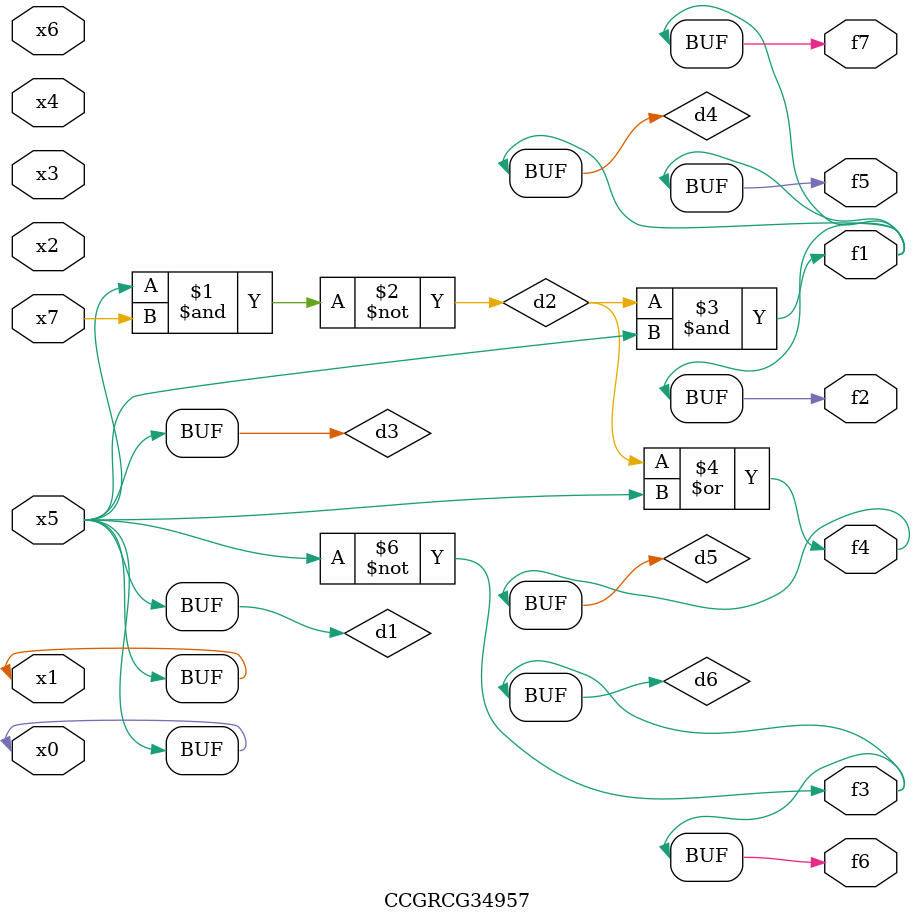
<source format=v>
module CCGRCG34957(
	input x0, x1, x2, x3, x4, x5, x6, x7,
	output f1, f2, f3, f4, f5, f6, f7
);

	wire d1, d2, d3, d4, d5, d6;

	buf (d1, x0, x5);
	nand (d2, x5, x7);
	buf (d3, x0, x1);
	and (d4, d2, d3);
	or (d5, d2, d3);
	nor (d6, d1, d3);
	assign f1 = d4;
	assign f2 = d4;
	assign f3 = d6;
	assign f4 = d5;
	assign f5 = d4;
	assign f6 = d6;
	assign f7 = d4;
endmodule

</source>
